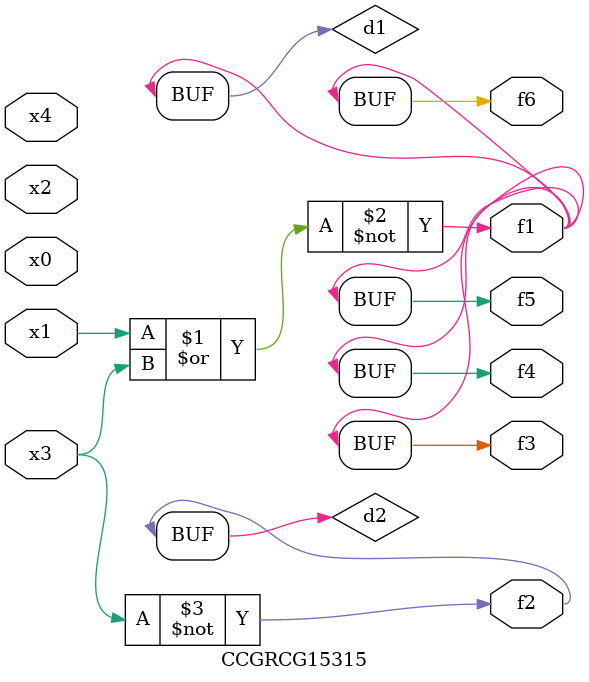
<source format=v>
module CCGRCG15315(
	input x0, x1, x2, x3, x4,
	output f1, f2, f3, f4, f5, f6
);

	wire d1, d2;

	nor (d1, x1, x3);
	not (d2, x3);
	assign f1 = d1;
	assign f2 = d2;
	assign f3 = d1;
	assign f4 = d1;
	assign f5 = d1;
	assign f6 = d1;
endmodule

</source>
